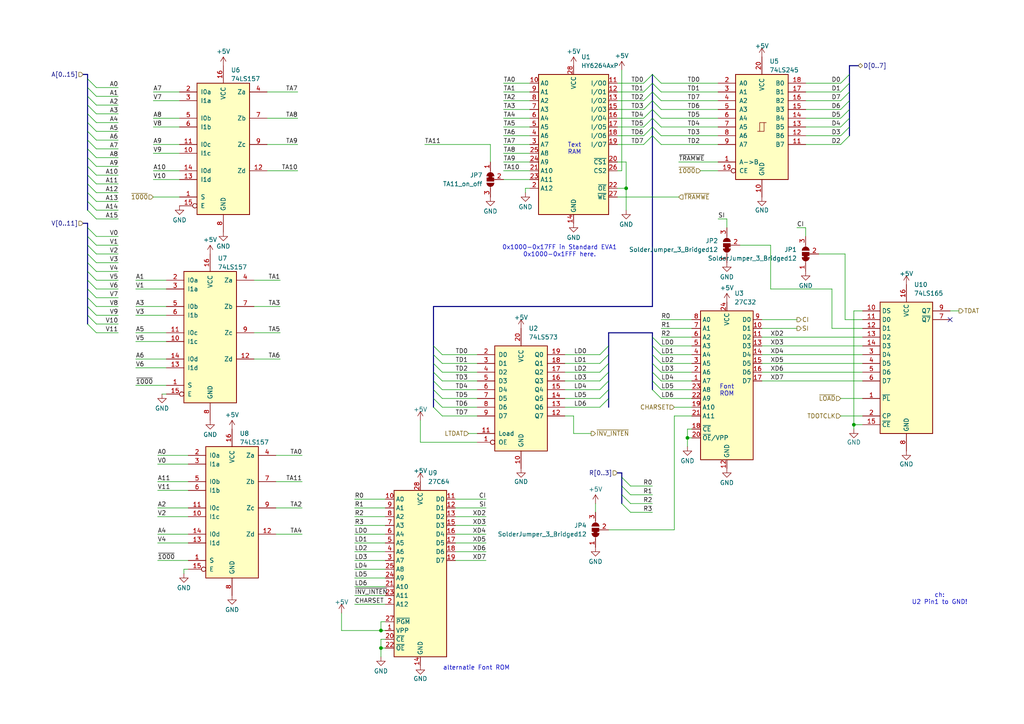
<source format=kicad_sch>
(kicad_sch (version 20231120) (generator "eeschema") (generator_version "8.0")
  (paper "A4")
  (title_block (title "EVA1 (Epson Video Adapter) - Text RAM") (date "2025-01-09") (rev "v0.1") (company "100% Offner") (comment 1 "v0.1: Initial Release"))
  (lib_symbols
    (symbol "74xx:74LS157" (pin_names (offset 1.016))
      (property "Reference" "U" (at -7.62 19.05 0))
      (property "Value" "74LS157" (at -7.62 -21.59 0))
      (symbol "74LS157_1_0"
        (pin input line (at -12.7 -15.24 0) (length 5.08) (name "S") (number "1"))
        (pin input line (at -12.7 -2.54 0) (length 5.08) (name "I1c") (number "10"))
        (pin input line (at -12.7 0 0) (length 5.08) (name "I0c") (number "11"))
        (pin output line (at 12.7 -7.62 180) (length 5.08) (name "Zd") (number "12"))
        (pin input line (at -12.7 -10.16 0) (length 5.08) (name "I1d") (number "13"))
        (pin input line (at -12.7 -7.62 0) (length 5.08) (name "I0d") (number "14"))
        (pin input inverted (at -12.7 -17.78 0) (length 5.08) (name "E") (number "15"))
        (pin power_in line (at 0 22.86 270) (length 5.08) (name "VCC") (number "16"))
        (pin input line (at -12.7 15.24 0) (length 5.08) (name "I0a") (number "2"))
        (pin input line (at -12.7 12.7 0) (length 5.08) (name "I1a") (number "3"))
        (pin output line (at 12.7 15.24 180) (length 5.08) (name "Za") (number "4"))
        (pin input line (at -12.7 7.62 0) (length 5.08) (name "I0b") (number "5"))
        (pin input line (at -12.7 5.08 0) (length 5.08) (name "I1b") (number "6"))
        (pin output line (at 12.7 7.62 180) (length 5.08) (name "Zb") (number "7"))
        (pin power_in line (at 0 -25.4 90) (length 5.08) (name "GND") (number "8"))
        (pin output line (at 12.7 0 180) (length 5.08) (name "Zc") (number "9"))
      )
      (symbol "74LS157_1_1"
        (rectangle (start -7.62 17.78) (end 7.62 -20.32) (stroke (width 0.254)) (fill (type background)))
      )
    )
    (symbol "74xx:74LS165"
      (property "Reference" "U" (at -7.62 19.05 0))
      (property "Value" "74LS165" (at -7.62 -21.59 0))
      (symbol "74LS165_1_0"
        (pin input line (at -12.7 -10.16 0) (length 5.08) (name "~{PL}") (number "1"))
        (pin input line (at -12.7 15.24 0) (length 5.08) (name "DS") (number "10"))
        (pin input line (at -12.7 12.7 0) (length 5.08) (name "D0") (number "11"))
        (pin input line (at -12.7 10.16 0) (length 5.08) (name "D1") (number "12"))
        (pin input line (at -12.7 7.62 0) (length 5.08) (name "D2") (number "13"))
        (pin input line (at -12.7 5.08 0) (length 5.08) (name "D3") (number "14"))
        (pin input line (at -12.7 -17.78 0) (length 5.08) (name "~{CE}") (number "15"))
        (pin power_in line (at 0 22.86 270) (length 5.08) (name "VCC") (number "16"))
        (pin input line (at -12.7 -15.24 0) (length 5.08) (name "CP") (number "2"))
        (pin input line (at -12.7 2.54 0) (length 5.08) (name "D4") (number "3"))
        (pin input line (at -12.7 0 0) (length 5.08) (name "D5") (number "4"))
        (pin input line (at -12.7 -2.54 0) (length 5.08) (name "D6") (number "5"))
        (pin input line (at -12.7 -5.08 0) (length 5.08) (name "D7") (number "6"))
        (pin output line (at 12.7 12.7 180) (length 5.08) (name "~{Q7}") (number "7"))
        (pin power_in line (at 0 -25.4 90) (length 5.08) (name "GND") (number "8"))
        (pin output line (at 12.7 15.24 180) (length 5.08) (name "Q7") (number "9"))
      )
      (symbol "74LS165_1_1"
        (rectangle (start -7.62 17.78) (end 7.62 -20.32) (stroke (width 0.254)) (fill (type background)))
      )
    )
    (symbol "74xx:74LS245" (pin_names (offset 1.016))
      (property "Reference" "U" (at -7.62 16.51 0))
      (property "Value" "74LS245" (at -7.62 -16.51 0))
      (symbol "74LS245_1_0"
        (polyline (pts (xy -0.635 -1.27) (xy -0.635 1.27) (xy 0.635 1.27)))
        (polyline (pts (xy -1.27 -1.27) (xy 0.635 -1.27) (xy 0.635 1.27) (xy 1.27 1.27)))
        (pin input line (at -12.7 -10.16 0) (length 5.08) (name "A->B") (number "1"))
        (pin power_in line (at 0 -20.32 90) (length 5.08) (name "GND") (number "10"))
        (pin tri_state line (at 12.7 -5.08 180) (length 5.08) (name "B7") (number "11"))
        (pin tri_state line (at 12.7 -2.54 180) (length 5.08) (name "B6") (number "12"))
        (pin tri_state line (at 12.7 0 180) (length 5.08) (name "B5") (number "13"))
        (pin tri_state line (at 12.7 2.54 180) (length 5.08) (name "B4") (number "14"))
        (pin tri_state line (at 12.7 5.08 180) (length 5.08) (name "B3") (number "15"))
        (pin tri_state line (at 12.7 7.62 180) (length 5.08) (name "B2") (number "16"))
        (pin tri_state line (at 12.7 10.16 180) (length 5.08) (name "B1") (number "17"))
        (pin tri_state line (at 12.7 12.7 180) (length 5.08) (name "B0") (number "18"))
        (pin input inverted (at -12.7 -12.7 0) (length 5.08) (name "CE") (number "19"))
        (pin tri_state line (at -12.7 12.7 0) (length 5.08) (name "A0") (number "2"))
        (pin power_in line (at 0 20.32 270) (length 5.08) (name "VCC") (number "20"))
        (pin tri_state line (at -12.7 10.16 0) (length 5.08) (name "A1") (number "3"))
        (pin tri_state line (at -12.7 7.62 0) (length 5.08) (name "A2") (number "4"))
        (pin tri_state line (at -12.7 5.08 0) (length 5.08) (name "A3") (number "5"))
        (pin tri_state line (at -12.7 2.54 0) (length 5.08) (name "A4") (number "6"))
        (pin tri_state line (at -12.7 0 0) (length 5.08) (name "A5") (number "7"))
        (pin tri_state line (at -12.7 -2.54 0) (length 5.08) (name "A6") (number "8"))
        (pin tri_state line (at -12.7 -5.08 0) (length 5.08) (name "A7") (number "9"))
      )
      (symbol "74LS245_1_1"
        (rectangle (start -7.62 15.24) (end 7.62 -15.24) (stroke (width 0.254)) (fill (type background)))
      )
    )
    (symbol "74xx:74LS573" (pin_names (offset 1.016))
      (property "Reference" "U" (at -7.62 16.51 0))
      (property "Value" "74LS573" (at -7.62 -16.51 0))
      (symbol "74LS573_1_0"
        (pin input inverted (at -12.7 -12.7 0) (length 5.08) (name "OE") (number "1"))
        (pin power_in line (at 0 -20.32 90) (length 5.08) (name "GND") (number "10"))
        (pin input line (at -12.7 -10.16 0) (length 5.08) (name "Load") (number "11"))
        (pin tri_state line (at 12.7 -5.08 180) (length 5.08) (name "Q7") (number "12"))
        (pin tri_state line (at 12.7 -2.54 180) (length 5.08) (name "Q6") (number "13"))
        (pin tri_state line (at 12.7 0 180) (length 5.08) (name "Q5") (number "14"))
        (pin tri_state line (at 12.7 2.54 180) (length 5.08) (name "Q4") (number "15"))
        (pin tri_state line (at 12.7 5.08 180) (length 5.08) (name "Q3") (number "16"))
        (pin tri_state line (at 12.7 7.62 180) (length 5.08) (name "Q2") (number "17"))
        (pin tri_state line (at 12.7 10.16 180) (length 5.08) (name "Q1") (number "18"))
        (pin tri_state line (at 12.7 12.7 180) (length 5.08) (name "Q0") (number "19"))
        (pin input line (at -12.7 12.7 0) (length 5.08) (name "D0") (number "2"))
        (pin power_in line (at 0 20.32 270) (length 5.08) (name "VCC") (number "20"))
        (pin input line (at -12.7 10.16 0) (length 5.08) (name "D1") (number "3"))
        (pin input line (at -12.7 7.62 0) (length 5.08) (name "D2") (number "4"))
        (pin input line (at -12.7 5.08 0) (length 5.08) (name "D3") (number "5"))
        (pin input line (at -12.7 2.54 0) (length 5.08) (name "D4") (number "6"))
        (pin input line (at -12.7 0 0) (length 5.08) (name "D5") (number "7"))
        (pin input line (at -12.7 -2.54 0) (length 5.08) (name "D6") (number "8"))
        (pin input line (at -12.7 -5.08 0) (length 5.08) (name "D7") (number "9"))
      )
      (symbol "74LS573_1_1"
        (rectangle (start -7.62 15.24) (end 7.62 -15.24) (stroke (width 0.254)) (fill (type background)))
      )
    )
    (symbol "Jumper:SolderJumper_3_Bridged12" (pin_names (offset 0) hide) (exclude_from_sim yes) (in_bom no)
      (property "Reference" "JP" (at -2.54 -2.54 0))
      (property "Value" "SolderJumper_3_Bridged12" (at 0 2.794 0))
      (symbol "SolderJumper_3_Bridged12_0_1"
        (rectangle (start -1.016 0.508) (end -0.508 -0.508) (fill (type outline)))
        (arc (start -1.016 1.016) (mid -2.0276 0) (end -1.016 -1.016))
        (arc (start -1.016 1.016) (mid -2.0276 0) (end -1.016 -1.016) (fill (type outline)))
        (rectangle (start -0.508 1.016) (end 0.508 -1.016) (fill (type outline)))
        (polyline (pts (xy -2.54 0) (xy -2.032 0)))
        (polyline (pts (xy -1.016 1.016) (xy -1.016 -1.016)))
        (polyline (pts (xy 0 -1.27) (xy 0 -1.016)))
        (polyline (pts (xy 1.016 1.016) (xy 1.016 -1.016)))
        (polyline (pts (xy 2.54 0) (xy 2.032 0)))
        (arc (start 1.016 -1.016) (mid 2.0276 0) (end 1.016 1.016))
        (arc (start 1.016 -1.016) (mid 2.0276 0) (end 1.016 1.016) (fill (type outline)))
      )
      (symbol "SolderJumper_3_Bridged12_1_1"
        (pin passive line (at -5.08 0 0) (length 2.54) (name "A") (number "1"))
        (pin passive line (at 0 -3.81 90) (length 2.54) (name "C") (number "2"))
        (pin passive line (at 5.08 0 180) (length 2.54) (name "B") (number "3"))
      )
    )
    (symbol "Memory_EPROM:27C64"
      (property "Reference" "U" (at -7.62 24.13 0))
      (property "Value" "27C64" (at 2.54 -26.67 0))
      (symbol "27C64_1_1"
        (rectangle (start -7.62 22.86) (end 7.62 -25.4) (stroke (width 0.254)) (fill (type background)))
        (pin input line (at -10.16 -17.78 0) (length 2.54) (name "VPP") (number "1"))
        (pin input line (at -10.16 20.32 0) (length 2.54) (name "A0") (number "10"))
        (pin tri_state line (at 10.16 20.32 180) (length 2.54) (name "D0") (number "11"))
        (pin tri_state line (at 10.16 17.78 180) (length 2.54) (name "D1") (number "12"))
        (pin tri_state line (at 10.16 15.24 180) (length 2.54) (name "D2") (number "13"))
        (pin power_in line (at 0 -27.94 90) (length 2.54) (name "GND") (number "14"))
        (pin tri_state line (at 10.16 12.7 180) (length 2.54) (name "D3") (number "15"))
        (pin tri_state line (at 10.16 10.16 180) (length 2.54) (name "D4") (number "16"))
        (pin tri_state line (at 10.16 7.62 180) (length 2.54) (name "D5") (number "17"))
        (pin tri_state line (at 10.16 5.08 180) (length 2.54) (name "D6") (number "18"))
        (pin tri_state line (at 10.16 2.54 180) (length 2.54) (name "D7") (number "19"))
        (pin input line (at -10.16 -10.16 0) (length 2.54) (name "A12") (number "2"))
        (pin input line (at -10.16 -20.32 0) (length 2.54) (name "~{CE}") (number "20"))
        (pin input line (at -10.16 -5.08 0) (length 2.54) (name "A10") (number "21"))
        (pin input line (at -10.16 -22.86 0) (length 2.54) (name "~{OE}") (number "22"))
        (pin input line (at -10.16 -7.62 0) (length 2.54) (name "A11") (number "23"))
        (pin input line (at -10.16 -2.54 0) (length 2.54) (name "A9") (number "24"))
        (pin input line (at -10.16 0 0) (length 2.54) (name "A8") (number "25"))
        (pin no_connect line (at 7.62 0 180) (length 2.54) hide (name "NC") (number "26"))
        (pin input line (at -10.16 -15.24 0) (length 2.54) (name "~{PGM}") (number "27"))
        (pin power_in line (at 0 25.4 270) (length 2.54) (name "VCC") (number "28"))
        (pin input line (at -10.16 2.54 0) (length 2.54) (name "A7") (number "3"))
        (pin input line (at -10.16 5.08 0) (length 2.54) (name "A6") (number "4"))
        (pin input line (at -10.16 7.62 0) (length 2.54) (name "A5") (number "5"))
        (pin input line (at -10.16 10.16 0) (length 2.54) (name "A4") (number "6"))
        (pin input line (at -10.16 12.7 0) (length 2.54) (name "A3") (number "7"))
        (pin input line (at -10.16 15.24 0) (length 2.54) (name "A2") (number "8"))
        (pin input line (at -10.16 17.78 0) (length 2.54) (name "A1") (number "9"))
      )
    )
    (symbol "Memory_RAM:HY6264AxP"
      (property "Reference" "U" (at -10.16 20.955 0))
      (property "Value" "HY6264AxP" (at 2.54 20.955 0))
      (symbol "HY6264AxP_0_0"
        (pin power_in line (at 0 -22.86 90) (length 2.54) (name "GND") (number "14"))
        (pin power_in line (at 0 22.86 270) (length 2.54) (name "VCC") (number "28"))
      )
      (symbol "HY6264AxP_0_1"
        (rectangle (start -10.16 20.32) (end 10.16 -20.32) (stroke (width 0.254)) (fill (type background)))
      )
      (symbol "HY6264AxP_1_1"
        (pin no_connect line (at 0 0 0) (length 2.54) hide (name "NC") (number "1"))
        (pin input line (at -12.7 17.78 0) (length 2.54) (name "A0") (number "10"))
        (pin tri_state line (at 12.7 17.78 180) (length 2.54) (name "I/O0") (number "11"))
        (pin tri_state line (at 12.7 15.24 180) (length 2.54) (name "I/O1") (number "12"))
        (pin tri_state line (at 12.7 12.7 180) (length 2.54) (name "I/O2") (number "13"))
        (pin tri_state line (at 12.7 10.16 180) (length 2.54) (name "I/O3") (number "15"))
        (pin tri_state line (at 12.7 7.62 180) (length 2.54) (name "I/O4") (number "16"))
        (pin tri_state line (at 12.7 5.08 180) (length 2.54) (name "I/O5") (number "17"))
        (pin tri_state line (at 12.7 2.54 180) (length 2.54) (name "I/O6") (number "18"))
        (pin tri_state line (at 12.7 0 180) (length 2.54) (name "I/O7") (number "19"))
        (pin input line (at -12.7 -12.7 0) (length 2.54) (name "A12") (number "2"))
        (pin input line (at 12.7 -5.08 180) (length 2.54) (name "~{CS1}") (number "20"))
        (pin input line (at -12.7 -7.62 0) (length 2.54) (name "A10") (number "21"))
        (pin input line (at 12.7 -12.7 180) (length 2.54) (name "~{OE}") (number "22"))
        (pin input line (at -12.7 -10.16 0) (length 2.54) (name "A11") (number "23"))
        (pin input line (at -12.7 -5.08 0) (length 2.54) (name "A9") (number "24"))
        (pin input line (at -12.7 -2.54 0) (length 2.54) (name "A8") (number "25"))
        (pin input line (at 12.7 -7.62 180) (length 2.54) (name "CS2") (number "26"))
        (pin input line (at 12.7 -15.24 180) (length 2.54) (name "~{WE}") (number "27"))
        (pin input line (at -12.7 0 0) (length 2.54) (name "A7") (number "3"))
        (pin input line (at -12.7 2.54 0) (length 2.54) (name "A6") (number "4"))
        (pin input line (at -12.7 5.08 0) (length 2.54) (name "A5") (number "5"))
        (pin input line (at -12.7 7.62 0) (length 2.54) (name "A4") (number "6"))
        (pin input line (at -12.7 10.16 0) (length 2.54) (name "A3") (number "7"))
        (pin input line (at -12.7 12.7 0) (length 2.54) (name "A2") (number "8"))
        (pin input line (at -12.7 15.24 0) (length 2.54) (name "A1") (number "9"))
      )
    )
    (symbol "my_ics_new:27C32"
      (property "Reference" "U3" (at 2.1941 27.94 0))
      (property "Value" "27C32" (at 2.1941 25.4 0))
      (symbol "27C32_1_1"
        (rectangle (start -7.62 22.86) (end 7.62 -20.32) (stroke (width 0.254)) (fill (type background)))
        (pin input line (at -10.16 2.54 0) (length 2.54) (name "A7") (number "1"))
        (pin tri_state line (at 10.16 17.78 180) (length 2.54) (name "D1") (number "10"))
        (pin tri_state line (at 10.16 15.24 180) (length 2.54) (name "D2") (number "11"))
        (pin power_in line (at 0 -22.86 90) (length 2.54) (name "GND") (number "12"))
        (pin tri_state line (at 10.16 12.7 180) (length 2.54) (name "D3") (number "13"))
        (pin tri_state line (at 10.16 10.16 180) (length 2.54) (name "D4") (number "14"))
        (pin tri_state line (at 10.16 7.62 180) (length 2.54) (name "D5") (number "15"))
        (pin tri_state line (at 10.16 5.08 180) (length 2.54) (name "D6") (number "16"))
        (pin tri_state line (at 10.16 2.54 180) (length 2.54) (name "D7") (number "17"))
        (pin input line (at -10.16 -11.43 0) (length 2.54) (name "~{CE}") (number "18"))
        (pin input line (at -10.16 -5.08 0) (length 2.54) (name "A10") (number "19"))
        (pin input line (at -10.16 5.08 0) (length 2.54) (name "A6") (number "2"))
        (pin input line (at -10.16 -13.97 0) (length 2.54) (name "~{OE}/VPP") (number "20"))
        (pin input line (at -10.16 -7.62 0) (length 2.54) (name "A11") (number "21"))
        (pin input line (at -10.16 -2.54 0) (length 2.54) (name "A9") (number "22"))
        (pin input line (at -10.16 0 0) (length 2.54) (name "A8") (number "23"))
        (pin power_in line (at 0 25.4 270) (length 2.54) (name "VCC") (number "24"))
        (pin input line (at -10.16 7.62 0) (length 2.54) (name "A5") (number "3"))
        (pin input line (at -10.16 10.16 0) (length 2.54) (name "A4") (number "4"))
        (pin input line (at -10.16 12.7 0) (length 2.54) (name "A3") (number "5"))
        (pin input line (at -10.16 15.24 0) (length 2.54) (name "A2") (number "6"))
        (pin input line (at -10.16 17.78 0) (length 2.54) (name "A1") (number "7"))
        (pin input line (at -10.16 20.32 0) (length 2.54) (name "A0") (number "8"))
        (pin tri_state line (at 10.16 20.32 180) (length 2.54) (name "D0") (number "9"))
      )
    )
    (symbol "power:+5V" (power) (pin_names (offset 0))
      (property "Value" "+5V" (at 0 3.556 0))
      (symbol "+5V_0_1"
        (polyline (pts (xy -0.762 1.27) (xy 0 2.54)))
        (polyline (pts (xy 0 0) (xy 0 2.54)))
        (polyline (pts (xy 0 2.54) (xy 0.762 1.27)))
      )
      (symbol "+5V_1_1"
        (pin power_in line (at 0 0 90) (length 0) hide (name "+5V") (number "1"))
      )
    )
    (symbol "power:GND" (power) (pin_names (offset 0))
      (property "Value" "GND" (at 0 -3.81 0))
      (symbol "GND_0_1"
        (polyline (pts (xy 0 0) (xy 0 -1.27) (xy 1.27 -1.27) (xy 0 -2.54) (xy -1.27 -1.27) (xy 0 -1.27)))
      )
      (symbol "GND_1_1"
        (pin power_in line (at 0 0 270) (length 0) hide (name "GND") (number "1"))
      )
    )
  )
  (junction (at 110.49 182.88))
  (junction (at 110.49 187.96))
  (junction (at 199.39 127))
  (junction (at 247.65 123.19))
  (junction (at 181.61 54.61))
  (no_connect (at 275.59 92.71))
  (bus_entry (at 25.4 76.2) (size 2.54 2.54))
  (bus_entry (at 25.4 25.4) (size 2.54 2.54))
  (bus_entry (at 176.53 110.49) (size -2.54 2.54))
  (bus_entry (at 176.53 113.03) (size -2.54 2.54))
  (bus_entry (at 25.4 27.94) (size 2.54 2.54))
  (bus_entry (at 176.53 100.33) (size -2.54 2.54))
  (bus_entry (at 189.23 34.29) (size -2.54 2.54))
  (bus_entry (at 125.73 115.57) (size 2.54 2.54))
  (bus_entry (at 125.73 110.49) (size 2.54 2.54))
  (bus_entry (at 25.4 40.64) (size 2.54 2.54))
  (bus_entry (at 189.23 39.37) (size -2.54 2.54))
  (bus_entry (at 180.34 138.43) (size 2.54 2.54))
  (bus_entry (at 176.53 102.87) (size -2.54 2.54))
  (bus_entry (at 25.4 88.9) (size 2.54 2.54))
  (bus_entry (at 25.4 71.12) (size 2.54 2.54))
  (bus_entry (at 25.4 73.66) (size 2.54 2.54))
  (bus_entry (at 189.23 31.75) (size -2.54 2.54))
  (bus_entry (at 180.34 143.51) (size 2.54 2.54))
  (bus_entry (at 189.23 100.33) (size 2.54 2.54))
  (bus_entry (at 189.23 24.13) (size -2.54 2.54))
  (bus_entry (at 25.4 58.42) (size 2.54 2.54))
  (bus_entry (at 189.23 21.59) (size 2.54 2.54))
  (bus_entry (at 25.4 38.1) (size 2.54 2.54))
  (bus_entry (at 189.23 107.95) (size 2.54 2.54))
  (bus_entry (at 189.23 39.37) (size 2.54 2.54))
  (bus_entry (at 189.23 21.59) (size -2.54 2.54))
  (bus_entry (at 25.4 86.36) (size 2.54 2.54))
  (bus_entry (at 25.4 33.02) (size 2.54 2.54))
  (bus_entry (at 189.23 105.41) (size 2.54 2.54))
  (bus_entry (at 125.73 105.41) (size 2.54 2.54))
  (bus_entry (at 125.73 118.11) (size 2.54 2.54))
  (bus_entry (at 189.23 31.75) (size 2.54 2.54))
  (bus_entry (at 246.38 26.67) (size -2.54 2.54))
  (bus_entry (at 25.4 81.28) (size 2.54 2.54))
  (bus_entry (at 25.4 68.58) (size 2.54 2.54))
  (bus_entry (at 246.38 39.37) (size -2.54 2.54))
  (bus_entry (at 189.23 110.49) (size 2.54 2.54))
  (bus_entry (at 25.4 43.18) (size 2.54 2.54))
  (bus_entry (at 189.23 34.29) (size 2.54 2.54))
  (bus_entry (at 189.23 26.67) (size -2.54 2.54))
  (bus_entry (at 25.4 35.56) (size 2.54 2.54))
  (bus_entry (at 176.53 107.95) (size -2.54 2.54))
  (bus_entry (at 25.4 93.98) (size 2.54 2.54))
  (bus_entry (at 189.23 29.21) (size 2.54 2.54))
  (bus_entry (at 189.23 36.83) (size -2.54 2.54))
  (bus_entry (at 25.4 55.88) (size 2.54 2.54))
  (bus_entry (at 25.4 60.96) (size 2.54 2.54))
  (bus_entry (at 246.38 29.21) (size -2.54 2.54))
  (bus_entry (at 180.34 146.05) (size 2.54 2.54))
  (bus_entry (at 189.23 36.83) (size 2.54 2.54))
  (bus_entry (at 25.4 66.04) (size 2.54 2.54))
  (bus_entry (at 125.73 113.03) (size 2.54 2.54))
  (bus_entry (at 180.34 140.97) (size 2.54 2.54))
  (bus_entry (at 25.4 83.82) (size 2.54 2.54))
  (bus_entry (at 189.23 26.67) (size 2.54 2.54))
  (bus_entry (at 246.38 36.83) (size -2.54 2.54))
  (bus_entry (at 189.23 102.87) (size 2.54 2.54))
  (bus_entry (at 189.23 29.21) (size -2.54 2.54))
  (bus_entry (at 189.23 113.03) (size 2.54 2.54))
  (bus_entry (at 125.73 107.95) (size 2.54 2.54))
  (bus_entry (at 189.23 24.13) (size 2.54 2.54))
  (bus_entry (at 189.23 97.79) (size 2.54 2.54))
  (bus_entry (at 176.53 105.41) (size -2.54 2.54))
  (bus_entry (at 25.4 48.26) (size 2.54 2.54))
  (bus_entry (at 125.73 102.87) (size 2.54 2.54))
  (bus_entry (at 25.4 50.8) (size 2.54 2.54))
  (bus_entry (at 176.53 115.57) (size -2.54 2.54))
  (bus_entry (at 25.4 22.86) (size 2.54 2.54))
  (bus_entry (at 246.38 34.29) (size -2.54 2.54))
  (bus_entry (at 25.4 78.74) (size 2.54 2.54))
  (bus_entry (at 25.4 53.34) (size 2.54 2.54))
  (bus_entry (at 25.4 91.44) (size 2.54 2.54))
  (bus_entry (at 125.73 100.33) (size 2.54 2.54))
  (bus_entry (at 25.4 30.48) (size 2.54 2.54))
  (bus_entry (at 246.38 24.13) (size -2.54 2.54))
  (bus_entry (at 246.38 21.59) (size -2.54 2.54))
  (bus_entry (at 25.4 45.72) (size 2.54 2.54))
  (bus_entry (at 246.38 31.75) (size -2.54 2.54))
  (bus (pts (xy 125.73 88.9) (xy 125.73 100.33)))
  (bus (pts (xy 25.4 40.64) (xy 25.4 43.18)))
  (wire (pts (xy 39.37 104.14) (xy 48.26 104.14)))
  (wire (pts (xy 102.87 160.02) (xy 111.76 160.02)))
  (wire (pts (xy 27.94 78.74) (xy 34.29 78.74)))
  (wire (pts (xy 111.76 180.34) (xy 110.49 180.34)))
  (wire (pts (xy 110.49 185.42) (xy 110.49 187.96)))
  (wire (pts (xy 163.83 110.49) (xy 173.99 110.49)))
  (bus (pts (xy 125.73 102.87) (xy 125.73 105.41)))
  (wire (pts (xy 110.49 187.96) (xy 111.76 187.96)))
  (wire (pts (xy 233.68 41.91) (xy 243.84 41.91)))
  (wire (pts (xy 128.27 105.41) (xy 138.43 105.41)))
  (wire (pts (xy 138.43 128.27) (xy 121.92 128.27)))
  (wire (pts (xy 27.94 50.8) (xy 34.29 50.8)))
  (wire (pts (xy 99.06 177.8) (xy 99.06 182.88)))
  (wire (pts (xy 44.45 34.29) (xy 52.07 34.29)))
  (bus (pts (xy 25.4 66.04) (xy 25.4 68.58)))
  (wire (pts (xy 245.11 73.66) (xy 237.49 73.66)))
  (bus (pts (xy 189.23 113.03) (xy 189.23 110.49)))
  (wire (pts (xy 220.98 102.87) (xy 250.19 102.87)))
  (wire (pts (xy 45.72 149.86) (xy 54.61 149.86)))
  (wire (pts (xy 186.69 36.83) (xy 179.07 36.83)))
  (wire (pts (xy 80.01 139.7) (xy 87.63 139.7)))
  (bus (pts (xy 189.23 24.13) (xy 189.23 26.67)))
  (wire (pts (xy 181.61 54.61) (xy 181.61 60.96)))
  (bus (pts (xy 180.34 137.16) (xy 180.34 138.43)))
  (wire (pts (xy 146.05 29.21) (xy 153.67 29.21)))
  (bus (pts (xy 25.4 71.12) (xy 25.4 73.66)))
  (bus (pts (xy 246.38 34.29) (xy 246.38 36.83)))
  (bus (pts (xy 179.07 137.16) (xy 180.34 137.16)))
  (wire (pts (xy 191.77 39.37) (xy 208.28 39.37)))
  (wire (pts (xy 245.11 92.71) (xy 250.19 92.71)))
  (wire (pts (xy 200.66 124.46) (xy 199.39 124.46)))
  (bus (pts (xy 246.38 26.67) (xy 246.38 29.21)))
  (wire (pts (xy 146.05 24.13) (xy 153.67 24.13)))
  (wire (pts (xy 146.05 46.99) (xy 153.67 46.99)))
  (wire (pts (xy 27.94 91.44) (xy 34.29 91.44)))
  (wire (pts (xy 199.39 127) (xy 199.39 129.54)))
  (wire (pts (xy 128.27 115.57) (xy 138.43 115.57)))
  (wire (pts (xy 73.66 104.14) (xy 81.28 104.14)))
  (wire (pts (xy 39.37 96.52) (xy 48.26 96.52)))
  (wire (pts (xy 186.69 39.37) (xy 179.07 39.37)))
  (wire (pts (xy 163.83 102.87) (xy 173.99 102.87)))
  (wire (pts (xy 191.77 34.29) (xy 208.28 34.29)))
  (bus (pts (xy 25.4 33.02) (xy 25.4 35.56)))
  (wire (pts (xy 44.45 36.83) (xy 52.07 36.83)))
  (bus (pts (xy 25.4 88.9) (xy 25.4 91.44)))
  (bus (pts (xy 176.53 113.03) (xy 176.53 115.57)))
  (wire (pts (xy 128.27 102.87) (xy 138.43 102.87)))
  (wire (pts (xy 182.88 148.59) (xy 189.23 148.59)))
  (bus (pts (xy 125.73 105.41) (xy 125.73 107.95)))
  (wire (pts (xy 191.77 102.87) (xy 200.66 102.87)))
  (bus (pts (xy 25.4 68.58) (xy 25.4 71.12)))
  (wire (pts (xy 146.05 31.75) (xy 153.67 31.75)))
  (bus (pts (xy 24.13 64.77) (xy 25.4 64.77)))
  (wire (pts (xy 102.87 154.94) (xy 111.76 154.94)))
  (bus (pts (xy 25.4 86.36) (xy 25.4 88.9)))
  (wire (pts (xy 191.77 107.95) (xy 200.66 107.95)))
  (wire (pts (xy 186.69 31.75) (xy 179.07 31.75)))
  (wire (pts (xy 102.87 172.72) (xy 111.76 172.72)))
  (wire (pts (xy 191.77 24.13) (xy 208.28 24.13)))
  (wire (pts (xy 195.58 118.11) (xy 200.66 118.11)))
  (wire (pts (xy 73.66 88.9) (xy 81.28 88.9)))
  (wire (pts (xy 233.68 29.21) (xy 243.84 29.21)))
  (wire (pts (xy 220.98 100.33) (xy 250.19 100.33)))
  (bus (pts (xy 25.4 58.42) (xy 25.4 60.96)))
  (wire (pts (xy 186.69 26.67) (xy 179.07 26.67)))
  (wire (pts (xy 132.08 157.48) (xy 140.97 157.48)))
  (wire (pts (xy 146.05 49.53) (xy 153.67 49.53)))
  (bus (pts (xy 25.4 25.4) (xy 25.4 27.94)))
  (wire (pts (xy 77.47 49.53) (xy 86.36 49.53)))
  (wire (pts (xy 45.72 139.7) (xy 54.61 139.7)))
  (wire (pts (xy 245.11 92.71) (xy 245.11 73.66)))
  (wire (pts (xy 132.08 162.56) (xy 140.97 162.56)))
  (wire (pts (xy 199.39 124.46) (xy 199.39 127)))
  (wire (pts (xy 80.01 154.94) (xy 87.63 154.94)))
  (wire (pts (xy 196.85 46.99) (xy 208.28 46.99)))
  (wire (pts (xy 179.07 46.99) (xy 181.61 46.99)))
  (wire (pts (xy 128.27 113.03) (xy 138.43 113.03)))
  (wire (pts (xy 27.94 60.96) (xy 34.29 60.96)))
  (wire (pts (xy 191.77 26.67) (xy 208.28 26.67)))
  (wire (pts (xy 223.52 71.12) (xy 214.63 71.12)))
  (bus (pts (xy 189.23 110.49) (xy 189.23 107.95)))
  (wire (pts (xy 102.87 149.86) (xy 111.76 149.86)))
  (bus (pts (xy 189.23 26.67) (xy 189.23 29.21)))
  (bus (pts (xy 189.23 105.41) (xy 189.23 102.87)))
  (bus (pts (xy 189.23 29.21) (xy 189.23 31.75)))
  (bus (pts (xy 246.38 36.83) (xy 246.38 39.37)))
  (wire (pts (xy 73.66 96.52) (xy 81.28 96.52)))
  (wire (pts (xy 163.83 118.11) (xy 173.99 118.11)))
  (bus (pts (xy 189.23 100.33) (xy 189.23 97.79)))
  (bus (pts (xy 25.4 27.94) (xy 25.4 30.48)))
  (wire (pts (xy 27.94 88.9) (xy 34.29 88.9)))
  (wire (pts (xy 146.05 36.83) (xy 153.67 36.83)))
  (wire (pts (xy 27.94 71.12) (xy 34.29 71.12)))
  (wire (pts (xy 146.05 52.07) (xy 153.67 52.07)))
  (wire (pts (xy 231.14 92.71) (xy 220.98 92.71)))
  (bus (pts (xy 248.92 19.05) (xy 246.38 19.05)))
  (wire (pts (xy 44.45 52.07) (xy 52.07 52.07)))
  (wire (pts (xy 27.94 93.98) (xy 34.29 93.98)))
  (wire (pts (xy 166.37 120.65) (xy 163.83 120.65)))
  (wire (pts (xy 191.77 113.03) (xy 200.66 113.03)))
  (wire (pts (xy 179.07 57.15) (xy 196.85 57.15)))
  (bus (pts (xy 125.73 100.33) (xy 125.73 102.87)))
  (bus (pts (xy 25.4 91.44) (xy 25.4 93.98)))
  (wire (pts (xy 195.58 120.65) (xy 195.58 153.67)))
  (bus (pts (xy 246.38 21.59) (xy 246.38 24.13)))
  (wire (pts (xy 110.49 187.96) (xy 110.49 190.5)))
  (wire (pts (xy 27.94 81.28) (xy 34.29 81.28)))
  (wire (pts (xy 135.89 125.73) (xy 138.43 125.73)))
  (wire (pts (xy 146.05 41.91) (xy 153.67 41.91)))
  (wire (pts (xy 39.37 99.06) (xy 48.26 99.06)))
  (wire (pts (xy 102.87 167.64) (xy 111.76 167.64)))
  (bus (pts (xy 25.4 83.82) (xy 25.4 86.36)))
  (bus (pts (xy 189.23 88.9) (xy 125.73 88.9)))
  (bus (pts (xy 25.4 73.66) (xy 25.4 76.2)))
  (wire (pts (xy 233.68 36.83) (xy 243.84 36.83)))
  (bus (pts (xy 25.4 53.34) (xy 25.4 55.88)))
  (bus (pts (xy 180.34 138.43) (xy 180.34 140.97)))
  (wire (pts (xy 220.98 97.79) (xy 250.19 97.79)))
  (wire (pts (xy 27.94 68.58) (xy 34.29 68.58)))
  (bus (pts (xy 246.38 31.75) (xy 246.38 34.29)))
  (wire (pts (xy 200.66 120.65) (xy 195.58 120.65)))
  (wire (pts (xy 45.72 132.08) (xy 54.61 132.08)))
  (wire (pts (xy 27.94 55.88) (xy 34.29 55.88)))
  (wire (pts (xy 153.67 54.61) (xy 152.4 54.61)))
  (wire (pts (xy 241.3 83.82) (xy 241.3 95.25)))
  (bus (pts (xy 189.23 34.29) (xy 189.23 36.83)))
  (wire (pts (xy 146.05 44.45) (xy 153.67 44.45)))
  (wire (pts (xy 27.94 38.1) (xy 34.29 38.1)))
  (wire (pts (xy 102.87 162.56) (xy 111.76 162.56)))
  (wire (pts (xy 27.94 63.5) (xy 34.29 63.5)))
  (wire (pts (xy 231.14 66.04) (xy 233.68 66.04)))
  (wire (pts (xy 233.68 24.13) (xy 243.84 24.13)))
  (bus (pts (xy 189.23 39.37) (xy 189.23 88.9)))
  (wire (pts (xy 191.77 110.49) (xy 200.66 110.49)))
  (wire (pts (xy 220.98 107.95) (xy 250.19 107.95)))
  (bus (pts (xy 176.53 115.57) (xy 176.53 118.11)))
  (bus (pts (xy 189.23 36.83) (xy 189.23 39.37)))
  (wire (pts (xy 102.87 157.48) (xy 111.76 157.48)))
  (bus (pts (xy 25.4 45.72) (xy 25.4 48.26)))
  (bus (pts (xy 25.4 50.8) (xy 25.4 53.34)))
  (wire (pts (xy 231.14 95.25) (xy 220.98 95.25)))
  (wire (pts (xy 27.94 83.82) (xy 34.29 83.82)))
  (wire (pts (xy 210.82 66.04) (xy 210.82 63.5)))
  (wire (pts (xy 39.37 91.44) (xy 48.26 91.44)))
  (wire (pts (xy 44.45 26.67) (xy 52.07 26.67)))
  (wire (pts (xy 186.69 29.21) (xy 179.07 29.21)))
  (wire (pts (xy 45.72 134.62) (xy 54.61 134.62)))
  (wire (pts (xy 146.05 34.29) (xy 153.67 34.29)))
  (wire (pts (xy 176.53 153.67) (xy 195.58 153.67)))
  (bus (pts (xy 25.4 64.77) (xy 25.4 66.04)))
  (bus (pts (xy 180.34 140.97) (xy 180.34 143.51)))
  (wire (pts (xy 191.77 41.91) (xy 208.28 41.91)))
  (wire (pts (xy 44.45 44.45) (xy 52.07 44.45)))
  (wire (pts (xy 128.27 120.65) (xy 138.43 120.65)))
  (wire (pts (xy 77.47 41.91) (xy 86.36 41.91)))
  (wire (pts (xy 123.19 41.91) (xy 142.24 41.91)))
  (wire (pts (xy 44.45 41.91) (xy 52.07 41.91)))
  (wire (pts (xy 27.94 35.56) (xy 34.29 35.56)))
  (wire (pts (xy 199.39 127) (xy 200.66 127)))
  (bus (pts (xy 189.23 107.95) (xy 189.23 105.41)))
  (bus (pts (xy 176.53 110.49) (xy 176.53 113.03)))
  (wire (pts (xy 27.94 96.52) (xy 34.29 96.52)))
  (wire (pts (xy 241.3 95.25) (xy 250.19 95.25)))
  (wire (pts (xy 275.59 90.17) (xy 278.13 90.17)))
  (wire (pts (xy 166.37 125.73) (xy 166.37 120.65)))
  (wire (pts (xy 179.07 49.53) (xy 180.34 49.53)))
  (wire (pts (xy 39.37 111.76) (xy 48.26 111.76)))
  (wire (pts (xy 102.87 165.1) (xy 111.76 165.1)))
  (wire (pts (xy 182.88 146.05) (xy 189.23 146.05)))
  (wire (pts (xy 172.72 148.59) (xy 172.72 146.05)))
  (wire (pts (xy 152.4 54.61) (xy 152.4 55.88)))
  (wire (pts (xy 102.87 152.4) (xy 111.76 152.4)))
  (bus (pts (xy 25.4 43.18) (xy 25.4 45.72)))
  (wire (pts (xy 27.94 48.26) (xy 34.29 48.26)))
  (bus (pts (xy 176.53 105.41) (xy 176.53 107.95)))
  (wire (pts (xy 128.27 110.49) (xy 138.43 110.49)))
  (wire (pts (xy 73.66 81.28) (xy 81.28 81.28)))
  (wire (pts (xy 44.45 49.53) (xy 52.07 49.53)))
  (wire (pts (xy 166.37 125.73) (xy 171.45 125.73)))
  (wire (pts (xy 102.87 175.26) (xy 111.76 175.26)))
  (wire (pts (xy 27.94 58.42) (xy 34.29 58.42)))
  (bus (pts (xy 176.53 107.95) (xy 176.53 110.49)))
  (wire (pts (xy 250.19 123.19) (xy 247.65 123.19)))
  (wire (pts (xy 191.77 92.71) (xy 200.66 92.71)))
  (bus (pts (xy 25.4 22.86) (xy 25.4 25.4)))
  (wire (pts (xy 27.94 45.72) (xy 34.29 45.72)))
  (wire (pts (xy 27.94 43.18) (xy 34.29 43.18)))
  (wire (pts (xy 220.98 105.41) (xy 250.19 105.41)))
  (wire (pts (xy 179.07 54.61) (xy 181.61 54.61)))
  (wire (pts (xy 45.72 142.24) (xy 54.61 142.24)))
  (wire (pts (xy 186.69 24.13) (xy 179.07 24.13)))
  (bus (pts (xy 189.23 21.59) (xy 189.23 24.13)))
  (wire (pts (xy 77.47 34.29) (xy 86.36 34.29)))
  (wire (pts (xy 132.08 154.94) (xy 140.97 154.94)))
  (wire (pts (xy 186.69 41.91) (xy 179.07 41.91)))
  (wire (pts (xy 223.52 83.82) (xy 241.3 83.82)))
  (wire (pts (xy 44.45 57.15) (xy 52.07 57.15)))
  (wire (pts (xy 233.68 31.75) (xy 243.84 31.75)))
  (wire (pts (xy 132.08 160.02) (xy 140.97 160.02)))
  (wire (pts (xy 163.83 113.03) (xy 173.99 113.03)))
  (wire (pts (xy 223.52 71.12) (xy 223.52 83.82)))
  (wire (pts (xy 208.28 63.5) (xy 210.82 63.5)))
  (bus (pts (xy 25.4 30.48) (xy 25.4 33.02)))
  (wire (pts (xy 233.68 26.67) (xy 243.84 26.67)))
  (wire (pts (xy 247.65 123.19) (xy 247.65 124.46)))
  (bus (pts (xy 176.53 96.52) (xy 189.23 96.52)))
  (bus (pts (xy 189.23 31.75) (xy 189.23 34.29)))
  (wire (pts (xy 102.87 147.32) (xy 111.76 147.32)))
  (bus (pts (xy 25.4 38.1) (xy 25.4 40.64)))
  (wire (pts (xy 180.34 20.32) (xy 180.34 49.53)))
  (wire (pts (xy 220.98 110.49) (xy 250.19 110.49)))
  (wire (pts (xy 121.92 121.92) (xy 121.92 128.27)))
  (wire (pts (xy 27.94 30.48) (xy 34.29 30.48)))
  (wire (pts (xy 46.99 114.3) (xy 48.26 114.3)))
  (wire (pts (xy 77.47 26.67) (xy 86.36 26.67)))
  (bus (pts (xy 176.53 100.33) (xy 176.53 102.87)))
  (wire (pts (xy 45.72 157.48) (xy 54.61 157.48)))
  (wire (pts (xy 110.49 182.88) (xy 99.06 182.88)))
  (wire (pts (xy 247.65 90.17) (xy 247.65 123.19)))
  (wire (pts (xy 250.19 90.17) (xy 247.65 90.17)))
  (wire (pts (xy 128.27 118.11) (xy 138.43 118.11)))
  (wire (pts (xy 110.49 180.34) (xy 110.49 182.88)))
  (wire (pts (xy 132.08 152.4) (xy 140.97 152.4)))
  (wire (pts (xy 53.34 165.1) (xy 53.34 166.37)))
  (wire (pts (xy 111.76 182.88) (xy 110.49 182.88)))
  (bus (pts (xy 246.38 19.05) (xy 246.38 21.59)))
  (bus (pts (xy 25.4 78.74) (xy 25.4 81.28)))
  (wire (pts (xy 27.94 25.4) (xy 34.29 25.4)))
  (bus (pts (xy 176.53 102.87) (xy 176.53 105.41)))
  (wire (pts (xy 102.87 170.18) (xy 111.76 170.18)))
  (bus (pts (xy 25.4 76.2) (xy 25.4 78.74)))
  (bus (pts (xy 176.53 96.52) (xy 176.53 100.33)))
  (wire (pts (xy 44.45 29.21) (xy 52.07 29.21)))
  (bus (pts (xy 25.4 55.88) (xy 25.4 58.42)))
  (wire (pts (xy 233.68 39.37) (xy 243.84 39.37)))
  (wire (pts (xy 243.84 120.65) (xy 250.19 120.65)))
  (wire (pts (xy 27.94 40.64) (xy 34.29 40.64)))
  (bus (pts (xy 125.73 110.49) (xy 125.73 113.03)))
  (wire (pts (xy 132.08 147.32) (xy 140.97 147.32)))
  (wire (pts (xy 45.72 162.56) (xy 54.61 162.56)))
  (wire (pts (xy 132.08 144.78) (xy 140.97 144.78)))
  (wire (pts (xy 191.77 97.79) (xy 200.66 97.79)))
  (wire (pts (xy 163.83 115.57) (xy 173.99 115.57)))
  (wire (pts (xy 53.34 165.1) (xy 54.61 165.1)))
  (wire (pts (xy 142.24 41.91) (xy 142.24 46.99)))
  (wire (pts (xy 27.94 27.94) (xy 34.29 27.94)))
  (bus (pts (xy 180.34 143.51) (xy 180.34 146.05)))
  (wire (pts (xy 191.77 31.75) (xy 208.28 31.75)))
  (bus (pts (xy 246.38 24.13) (xy 246.38 26.67)))
  (bus (pts (xy 189.23 97.79) (xy 189.23 96.52)))
  (wire (pts (xy 39.37 106.68) (xy 48.26 106.68)))
  (wire (pts (xy 27.94 53.34) (xy 34.29 53.34)))
  (wire (pts (xy 182.88 143.51) (xy 189.23 143.51)))
  (wire (pts (xy 27.94 33.02) (xy 34.29 33.02)))
  (bus (pts (xy 125.73 107.95) (xy 125.73 110.49)))
  (wire (pts (xy 233.68 34.29) (xy 243.84 34.29)))
  (bus (pts (xy 125.73 115.57) (xy 125.73 118.11)))
  (bus (pts (xy 25.4 21.59) (xy 25.4 22.86)))
  (wire (pts (xy 146.05 39.37) (xy 153.67 39.37)))
  (wire (pts (xy 203.2 49.53) (xy 208.28 49.53)))
  (wire (pts (xy 39.37 83.82) (xy 48.26 83.82)))
  (bus (pts (xy 189.23 102.87) (xy 189.23 100.33)))
  (wire (pts (xy 111.76 185.42) (xy 110.49 185.42)))
  (wire (pts (xy 181.61 46.99) (xy 181.61 54.61)))
  (bus (pts (xy 246.38 29.21) (xy 246.38 31.75)))
  (wire (pts (xy 27.94 86.36) (xy 34.29 86.36)))
  (wire (pts (xy 163.83 107.95) (xy 173.99 107.95)))
  (wire (pts (xy 191.77 115.57) (xy 200.66 115.57)))
  (bus (pts (xy 24.13 21.59) (xy 25.4 21.59)))
  (wire (pts (xy 39.37 81.28) (xy 48.26 81.28)))
  (wire (pts (xy 186.69 34.29) (xy 179.07 34.29)))
  (wire (pts (xy 243.84 115.57) (xy 250.19 115.57)))
  (bus (pts (xy 25.4 48.26) (xy 25.4 50.8)))
  (wire (pts (xy 45.72 147.32) (xy 54.61 147.32)))
  (wire (pts (xy 45.72 154.94) (xy 54.61 154.94)))
  (wire (pts (xy 191.77 100.33) (xy 200.66 100.33)))
  (wire (pts (xy 27.94 73.66) (xy 34.29 73.66)))
  (wire (pts (xy 233.68 68.58) (xy 233.68 66.04)))
  (wire (pts (xy 191.77 105.41) (xy 200.66 105.41)))
  (wire (pts (xy 191.77 29.21) (xy 208.28 29.21)))
  (wire (pts (xy 80.01 132.08) (xy 87.63 132.08)))
  (wire (pts (xy 102.87 144.78) (xy 111.76 144.78)))
  (wire (pts (xy 163.83 105.41) (xy 173.99 105.41)))
  (wire (pts (xy 182.88 140.97) (xy 189.23 140.97)))
  (wire (pts (xy 191.77 95.25) (xy 200.66 95.25)))
  (wire (pts (xy 146.05 26.67) (xy 153.67 26.67)))
  (wire (pts (xy 128.27 107.95) (xy 138.43 107.95)))
  (bus (pts (xy 25.4 81.28) (xy 25.4 83.82)))
  (wire (pts (xy 80.01 147.32) (xy 87.63 147.32)))
  (wire (pts (xy 27.94 76.2) (xy 34.29 76.2)))
  (wire (pts (xy 191.77 36.83) (xy 208.28 36.83)))
  (wire (pts (xy 132.08 149.86) (xy 140.97 149.86)))
  (wire (pts (xy 39.37 88.9) (xy 48.26 88.9)))
  (bus (pts (xy 25.4 35.56) (xy 25.4 38.1)))
  (bus (pts (xy 125.73 113.03) (xy 125.73 115.57)))
  (text "0x1000-0x17FF in Standard EVA1\n0x1000-0x1FFF here." (at 162.306 72.898 0) (effects (font (size 1.27 1.27))))
  (text "ch:\nU2 Pin1 to GND!" (at 272.542 173.736 0) (effects (font (size 1.27 1.27))))
  (text "Font\nROM" (at 210.82 113.284 0) (effects (font (size 1.27 1.27))))
  (text "Text\nRAM" (at 166.624 43.18 0) (effects (font (size 1.27 1.27))))
  (text "alternatie Font ROM" (at 138.176 193.802 0) (effects (font (size 1.27 1.27))))
  (label "A8" (at 34.29 45.72 180))
  (label "A10" (at 34.29 50.8 180))
  (label "TA1" (at 146.05 26.67 0))
  (label "XD6" (at 140.97 160.02 180))
  (label "TA4" (at 87.63 154.94 180))
  (label "~{INV_INTEN}" (at 102.87 172.72 0))
  (label "V11" (at 45.72 142.24 0))
  (label "R2" (at 189.23 146.05 180))
  (label "A11" (at 45.72 139.7 0))
  (label "R2" (at 191.77 97.79 0))
  (label "XD5" (at 227.33 105.41 180))
  (label "LD5" (at 191.77 113.03 0))
  (label "R3" (at 102.87 152.4 0))
  (label "D6" (at 243.84 31.75 180))
  (label "TD5" (at 199.39 34.29 0))
  (label "TD1" (at 132.08 105.41 0))
  (label "TA7" (at 86.36 26.67 180))
  (label "A9" (at 44.45 41.91 0))
  (label "LD5" (at 102.87 167.64 0))
  (label "A1" (at 39.37 81.28 0))
  (label "XD3" (at 227.33 100.33 180))
  (label "TD6" (at 132.08 118.11 0))
  (label "A11" (at 34.29 53.34 180))
  (label "A5" (at 39.37 96.52 0))
  (label "XD5" (at 140.97 157.48 180))
  (label "D3" (at 243.84 39.37 180))
  (label "XD6" (at 227.33 107.95 180))
  (label "V8" (at 44.45 36.83 0))
  (label "LD6" (at 191.77 115.57 0))
  (label "TD7" (at 132.08 120.65 0))
  (label "TA8" (at 146.05 44.45 0))
  (label "TD6" (at 186.69 39.37 180))
  (label "TA2" (at 87.63 147.32 180))
  (label "LD6" (at 102.87 170.18 0))
  (label "D1" (at 243.84 26.67 180))
  (label "A12" (at 34.29 55.88 180))
  (label "TA3" (at 81.28 88.9 180))
  (label "A0" (at 45.72 132.08 0))
  (label "LD3" (at 191.77 107.95 0))
  (label "TA6" (at 146.05 39.37 0))
  (label "LD1" (at 170.18 105.41 180))
  (label "R0" (at 102.87 144.78 0))
  (label "TA6" (at 81.28 104.14 180))
  (label "TD4" (at 132.08 113.03 0))
  (label "A5" (at 34.29 38.1 180))
  (label "CI" (at 140.97 144.78 180))
  (label "TA5" (at 146.05 36.83 0))
  (label "LD4" (at 170.18 113.03 180))
  (label "LD4" (at 102.87 165.1 0))
  (label "TA0" (at 146.05 24.13 0))
  (label "A10" (at 44.45 49.53 0))
  (label "TA11" (at 123.19 41.91 0))
  (label "V11" (at 34.29 96.52 180))
  (label "TA7" (at 146.05 41.91 0))
  (label "A2" (at 45.72 147.32 0))
  (label "V6" (at 39.37 106.68 0))
  (label "V4" (at 34.29 78.74 180))
  (label "D5" (at 243.84 34.29 180))
  (label "LD0" (at 102.87 154.94 0))
  (label "A4" (at 34.29 35.56 180))
  (label "TA9" (at 86.36 41.91 180))
  (label "LD2" (at 191.77 105.41 0))
  (label "A9" (at 34.29 48.26 180))
  (label "V2" (at 45.72 149.86 0))
  (label "TD0" (at 186.69 24.13 180))
  (label "V5" (at 39.37 99.06 0))
  (label "V9" (at 44.45 44.45 0))
  (label "A3" (at 34.29 33.02 180))
  (label "LD2" (at 102.87 160.02 0))
  (label "R1" (at 102.87 147.32 0))
  (label "SI" (at 140.97 147.32 180))
  (label "R1" (at 189.23 143.51 180))
  (label "TD5" (at 132.08 115.57 0))
  (label "A13" (at 34.29 58.42 180))
  (label "LD1" (at 102.87 157.48 0))
  (label "V1" (at 34.29 71.12 180))
  (label "LD0" (at 191.77 100.33 0))
  (label "LD6" (at 170.18 118.11 180))
  (label "V8" (at 34.29 88.9 180))
  (label "D0" (at 243.84 24.13 180))
  (label "~{1000}" (at 39.37 111.76 0))
  (label "V3" (at 34.29 76.2 180))
  (label "TA11" (at 87.63 139.7 180))
  (label "LD0" (at 170.18 102.87 180))
  (label "XD7" (at 140.97 162.56 180))
  (label "XD2" (at 227.33 97.79 180))
  (label "R3" (at 189.23 148.59 180))
  (label "TD2" (at 132.08 107.95 0))
  (label "V1" (at 39.37 83.82 0))
  (label "XD7" (at 227.33 110.49 180))
  (label "R1" (at 191.77 95.25 0))
  (label "CI" (at 231.14 66.04 0))
  (label "V9" (at 34.29 91.44 180))
  (label "V7" (at 34.29 86.36 180))
  (label "R2" (at 102.87 149.86 0))
  (label "A4" (at 45.72 154.94 0))
  (label "V0" (at 34.29 68.58 180))
  (label "TD2" (at 199.39 41.91 0))
  (label "A7" (at 44.45 26.67 0))
  (label "SI" (at 208.28 63.5 0))
  (label "D7" (at 243.84 29.21 180))
  (label "XD4" (at 140.97 154.94 180))
  (label "A0" (at 34.29 25.4 180))
  (label "V4" (at 45.72 157.48 0))
  (label "TA3" (at 146.05 31.75 0))
  (label "TA8" (at 86.36 34.29 180))
  (label "TA1" (at 81.28 81.28 180))
  (label "LD3" (at 170.18 110.49 180))
  (label "V3" (at 39.37 91.44 0))
  (label "D4" (at 243.84 36.83 180))
  (label "TA10" (at 146.05 49.53 0))
  (label "D2" (at 243.84 41.91 180))
  (label "TD3" (at 199.39 39.37 0))
  (label "V6" (at 34.29 83.82 180))
  (label "LD4" (at 191.77 110.49 0))
  (label "TD4" (at 186.69 34.29 180))
  (label "TD7" (at 186.69 41.91 180))
  (label "TD4" (at 199.39 36.83 0))
  (label "LD3" (at 102.87 162.56 0))
  (label "R0" (at 189.23 140.97 180))
  (label "V7" (at 44.45 29.21 0))
  (label "TD2" (at 186.69 29.21 180))
  (label "A1" (at 34.29 27.94 180))
  (label "V10" (at 44.45 52.07 0))
  (label "A3" (at 39.37 88.9 0))
  (label "~{TRAMWE}" (at 196.85 46.99 0))
  (label "V10" (at 34.29 93.98 180))
  (label "A15" (at 34.29 63.5 180))
  (label "TD7" (at 199.39 29.21 0))
  (label "LD1" (at 191.77 102.87 0))
  (label "TD1" (at 186.69 26.67 180))
  (label "~{1000}" (at 45.72 162.56 0))
  (label "CHARSET" (at 102.87 175.26 0))
  (label "TA0" (at 87.63 132.08 180))
  (label "TA4" (at 146.05 34.29 0))
  (label "A8" (at 44.45 34.29 0))
  (label "TD3" (at 186.69 31.75 180))
  (label "XD2" (at 140.97 149.86 180))
  (label "A6" (at 34.29 40.64 180))
  (label "XD3" (at 140.97 152.4 180))
  (label "TD0" (at 199.39 24.13 0))
  (label "V0" (at 45.72 134.62 0))
  (label "V5" (at 34.29 81.28 180))
  (label "TA5" (at 81.28 96.52 180))
  (label "TD5" (at 186.69 36.83 180))
  (label "XD4" (at 227.33 102.87 180))
  (label "A14" (at 34.29 60.96 180))
  (label "A6" (at 39.37 104.14 0))
  (label "TA9" (at 146.05 46.99 0))
  (label "TA2" (at 146.05 29.21 0))
  (label "LD5" (at 170.18 115.57 180))
  (label "V2" (at 34.29 73.66 180))
  (label "TD3" (at 132.08 110.49 0))
  (label "A2" (at 34.29 30.48 180))
  (label "TD0" (at 132.08 102.87 0))
  (label "R0" (at 191.77 92.71 0))
  (label "A7" (at 34.29 43.18 180))
  (label "TD1" (at 199.39 26.67 0))
  (label "TD6" (at 199.39 31.75 0))
  (label "LD2" (at 170.18 107.95 180))
  (label "TA10" (at 86.36 49.53 180))
  (hierarchical_label "D[0..7]" (shape bidirectional) (at 248.92 19.05 0))
  (hierarchical_label "~{INV_INTEN}" (shape output) (at 171.45 125.73 0))
  (hierarchical_label "TDOTCLK" (shape input) (at 243.84 120.65 180))
  (hierarchical_label "TDAT" (shape output) (at 278.13 90.17 0))
  (hierarchical_label "R[0..3]" (shape input) (at 179.07 137.16 180))
  (hierarchical_label "~{TRAMWE}" (shape input) (at 196.85 57.15 0))
  (hierarchical_label "V[0..11]" (shape input) (at 24.13 64.77 180))
  (hierarchical_label "CHARSET" (shape input) (at 195.58 118.11 180))
  (hierarchical_label "A[0..15]" (shape input) (at 24.13 21.59 180))
  (hierarchical_label "CI" (shape output) (at 231.14 92.71 0))
  (hierarchical_label "SI" (shape output) (at 231.14 95.25 0))
  (hierarchical_label "LTDAT" (shape input) (at 135.89 125.73 180))
  (hierarchical_label "~{1000}" (shape input) (at 44.45 57.15 180))
  (hierarchical_label "~{LOAD}" (shape input) (at 243.84 115.57 180))
  (hierarchical_label "~{1000}" (shape input) (at 203.2 49.53 180))
  (symbol (lib_id "power:+5V") (at 99.06 177.8 0) (unit 1)
    (property "Reference" "#PWR087" (effects (hide yes)))
    (property "Value" "+5V" (at 99.06 174.625 0))
  )
  (symbol (lib_id "power:+5V") (at 60.96 73.66 0) (unit 1)
    (property "Reference" "#PWR036" (effects (hide yes)))
    (property "Value" "+5V" (at 60.96 69.5269 0))
  )
  (symbol (lib_id "power:GND") (at 166.37 64.77 0) (unit 1)
    (property "Reference" "#PWR025" (effects (hide yes)))
    (property "Value" "GND" (at 166.37 68.9031 0))
  )
  (symbol (lib_id "power:GND") (at 121.92 193.04 0) (unit 1)
    (property "Reference" "#PWR077" (effects (hide yes)))
    (property "Value" "GND" (at 121.92 196.85 0))
  )
  (symbol (lib_id "Jumper:SolderJumper_3_Bridged12") (at 172.72 153.67 90) (unit 1) (exclude_from_sim yes) (in_bom no)
    (property "Reference" "JP4" (at 170.18 152.3999 90) (effects (justify left)))
    (property "Value" "SolderJumper_3_Bridged12" (at 170.18 154.9399 90) (effects (justify left)))
    (property "Footprint" "Jumper:SolderJumper-3_P1.3mm_Bridged12_RoundedPad1.0x1.5mm" (effects (hide yes)))
    (property "Description" "3-pole Solder Jumper, pins 1+2 closed/bridged" (effects (hide yes)))
  )
  (symbol (lib_id "power:GND") (at 53.34 166.37 0) (unit 1)
    (property "Reference" "#PWR033" (effects (hide yes)))
    (property "Value" "GND" (at 53.34 170.5031 0))
  )
  (symbol (lib_id "power:+5V") (at 262.89 82.55 0) (unit 1)
    (property "Reference" "#PWR91" (effects (hide yes)))
    (property "Value" "+5V" (at 262.89 79.375 0))
  )
  (symbol (lib_id "power:+5V") (at 67.31 124.46 0) (unit 1)
    (property "Reference" "#PWR040" (effects (hide yes)))
    (property "Value" "+5V" (at 67.31 120.3269 0))
  )
  (symbol (lib_id "power:GND") (at 247.65 124.46 0) (unit 1)
    (property "Reference" "#PWR88" (effects (hide yes)))
    (property "Value" "GND" (at 247.65 128.27 0))
  )
  (symbol (lib_id "power:GND") (at 67.31 172.72 0) (unit 1)
    (property "Reference" "#PWR041" (effects (hide yes)))
    (property "Value" "GND" (at 67.31 176.8531 0))
  )
  (symbol (lib_id "power:GND") (at 172.72 158.75 0) (unit 1)
    (property "Reference" "#PWR059" (effects (hide yes)))
    (property "Value" "GND" (at 172.72 162.8831 0))
  )
  (symbol (lib_id "my_ics_new:27C32") (at 210.82 113.03 0) (unit 1)
    (property "Reference" "U3" (at 213.0141 85.09 0) (effects (justify left)))
    (property "Value" "27C32" (at 213.0141 87.63 0) (effects (justify left)))
    (property "Footprint" "Package_DIP:DIP-24_W15.24mm" (effects (hide yes)))
    (property "Description" "OTP EPROM 32 KiBit, [Obsolete 2004-01]" (effects (hide yes)))
  )
  (symbol (lib_id "Memory_EPROM:27C64") (at 121.92 165.1 0) (unit 1)
    (property "Reference" "U9" (at 124.1141 137.16 0) (effects (justify left)))
    (property "Value" "27C64" (at 124.1141 139.7 0) (effects (justify left)))
    (property "Footprint" "Package_DIP:DIP-28_W15.24mm" (effects (hide yes)))
    (property "Datasheet" "http://ww1.microchip.com/downloads/en/DeviceDoc/11107M.pdf" (effects (hide yes)))
    (property "Description" "OTP EPROM 64 KiBit, [Obsolete 2004-01]" (effects (hide yes)))
  )
  (symbol (lib_id "Jumper:SolderJumper_3_Bridged12") (at 233.68 73.66 90) (unit 1) (exclude_from_sim yes) (in_bom no)
    (property "Reference" "JP1" (at 231.14 72.3899 90) (effects (justify left)))
    (property "Value" "SolderJumper_3_Bridged12" (at 231.14 74.9299 90) (effects (justify left)))
    (property "Footprint" "Jumper:SolderJumper-3_P1.3mm_Bridged12_RoundedPad1.0x1.5mm" (effects (hide yes)))
    (property "Description" "3-pole Solder Jumper, pins 1+2 closed/bridged" (effects (hide yes)))
  )
  (symbol (lib_id "Memory_RAM:HY6264AxP") (at 166.37 41.91 0) (unit 1)
    (property "Reference" "U1" (at 168.5641 16.51 0) (effects (justify left)))
    (property "Value" "HY6264AxP" (at 168.5641 19.05 0) (effects (justify left)))
    (property "Footprint" "Package_DIP:DIP-28_W15.24mm" (effects (hide yes)))
    (property "Datasheet" "https://www.farnell.com/datasheets/2159.pdf" (effects (hide yes)))
    (property "Description" "Not in Production, 8Kx8 bit Static RAM, 70/85/100/120/150ns, DIP-28" (effects (hide yes)))
  )
  (symbol (lib_id "power:GND") (at 151.13 135.89 0) (unit 1)
    (property "Reference" "#PWR032" (effects (hide yes)))
    (property "Value" "GND" (at 151.13 139.7 0))
  )
  (symbol (lib_id "power:+5V") (at 220.98 16.51 0) (unit 1)
    (property "Reference" "#PWR067" (effects (hide yes)))
    (property "Value" "+5V" (at 220.98 13.335 0))
  )
  (symbol (lib_id "power:GND") (at 152.4 55.88 0) (unit 1)
    (property "Reference" "#PWR073" (effects (hide yes)))
    (property "Value" "GND" (at 152.4 60.0131 0))
  )
  (symbol (lib_id "power:GND") (at 233.68 78.74 0) (unit 1)
    (property "Reference" "#PWR030" (effects (hide yes)))
    (property "Value" "GND" (at 233.68 82.8731 0))
  )
  (symbol (lib_id "Jumper:SolderJumper_3_Bridged12") (at 210.82 71.12 90) (unit 1) (exclude_from_sim yes) (in_bom no)
    (property "Reference" "JP2" (at 208.28 69.8499 90) (effects (justify left)))
    (property "Value" "SolderJumper_3_Bridged12" (at 208.28 72.3899 90) (effects (justify left)))
    (property "Footprint" "Jumper:SolderJumper-3_P1.3mm_Bridged12_RoundedPad1.0x1.5mm" (effects (hide yes)))
    (property "Description" "3-pole Solder Jumper, pins 1+2 closed/bridged" (effects (hide yes)))
  )
  (symbol (lib_id "power:GND") (at 181.61 60.96 0) (unit 1)
    (property "Reference" "#PWR071" (effects (hide yes)))
    (property "Value" "GND" (at 181.61 65.0931 0))
  )
  (symbol (lib_id "power:GND") (at 210.82 135.89 0) (unit 1)
    (property "Reference" "#PWR085" (effects (hide yes)))
    (property "Value" "GND" (at 210.82 140.0231 0))
  )
  (symbol (lib_id "power:+5V") (at 166.37 19.05 0) (unit 1)
    (property "Reference" "#PWR035" (effects (hide yes)))
    (property "Value" "+5V" (at 166.37 14.9169 0))
  )
  (symbol (lib_id "power:GND") (at 46.99 114.3 0) (unit 1)
    (property "Reference" "#PWR027" (effects (hide yes)))
    (property "Value" "GND" (at 46.99 118.4331 0))
  )
  (symbol (lib_id "power:+5V") (at 172.72 146.05 0) (unit 1)
    (property "Reference" "#PWR076" (effects (hide yes)))
    (property "Value" "+5V" (at 172.72 141.9169 0))
  )
  (symbol (lib_id "74xx:74LS245") (at 220.98 36.83 0) (unit 1)
    (property "Reference" "U5" (at 223.1741 17.78 0) (effects (justify left)))
    (property "Value" "74LS245" (at 223.1741 20.32 0) (effects (justify left)))
    (property "Footprint" "Package_DIP:DIP-20_W7.62mm" (effects (hide yes)))
    (property "Datasheet" "http://www.ti.com/lit/gpn/sn74LS245" (effects (hide yes)))
    (property "Description" "Octal BUS Transceivers, 3-State outputs" (effects (hide yes)))
  )
  (symbol (lib_id "power:+5V") (at 121.92 139.7 0) (unit 1)
    (property "Reference" "#PWR078" (effects (hide yes)))
    (property "Value" "+5V" (at 121.92 136.525 0))
  )
  (symbol (lib_id "74xx:74LS165") (at 262.89 105.41 0) (unit 1)
    (property "Reference" "U10" (at 265.0841 82.55 0) (effects (justify left)))
    (property "Value" "74LS165" (at 265.0841 85.09 0) (effects (justify left)))
    (property "Footprint" "Package_DIP:DIP-16_W7.62mm_Socket" (effects (hide yes)))
    (property "Datasheet" "https://www.ti.com/lit/ds/symlink/sn74ls165a.pdf" (effects (hide yes)))
    (property "Description" "Shift Register 8-bit, parallel load" (effects (hide yes)))
  )
  (symbol (lib_id "Jumper:SolderJumper_3_Bridged12") (at 142.24 52.07 90) (mirror x) (unit 1) (exclude_from_sim yes) (in_bom no)
    (property "Reference" "JP7" (at 139.954 50.8 90) (effects (justify left)))
    (property "Value" "TA11_on_off" (at 139.954 53.34 90) (effects (justify left)))
    (property "Footprint" "Jumper:SolderJumper-3_P1.3mm_Bridged12_RoundedPad1.0x1.5mm" (effects (hide yes)))
    (property "Description" "3-pole Solder Jumper, pins 1+2 closed/bridged" (effects (hide yes)))
  )
  (symbol (lib_id "power:GND") (at 60.96 121.92 0) (unit 1)
    (property "Reference" "#PWR037" (effects (hide yes)))
    (property "Value" "GND" (at 60.96 126.0531 0))
  )
  (symbol (lib_id "power:+5V") (at 121.92 121.92 0) (unit 1)
    (property "Reference" "#PWR070" (effects (hide yes)))
    (property "Value" "+5V" (at 121.92 118.745 0))
  )
  (symbol (lib_id "power:GND") (at 52.07 59.69 0) (unit 1)
    (property "Reference" "#PWR028" (effects (hide yes)))
    (property "Value" "GND" (at 52.07 63.8231 0))
  )
  (symbol (lib_id "power:GND") (at 199.39 129.54 0) (unit 1)
    (property "Reference" "#PWR066" (effects (hide yes)))
    (property "Value" "GND" (at 199.39 133.6731 0))
  )
  (symbol (lib_id "power:GND") (at 142.24 57.15 0) (unit 1)
    (property "Reference" "#PWR159" (effects (hide yes)))
    (property "Value" "GND" (at 142.24 61.2831 0))
  )
  (symbol (lib_id "74xx:74LS157") (at 60.96 96.52 0) (unit 1)
    (property "Reference" "U7" (at 63.1541 74.93 0) (effects (justify left)))
    (property "Value" "74LS157" (at 63.1541 77.47 0) (effects (justify left)))
    (property "Footprint" "Package_DIP:DIP-16_W7.62mm" (effects (hide yes)))
    (property "Datasheet" "http://www.ti.com/lit/gpn/sn74LS157" (effects (hide yes)))
    (property "Description" "Quad 2 to 1 line Multiplexer" (effects (hide yes)))
  )
  (symbol (lib_id "74xx:74LS157") (at 64.77 41.91 0) (unit 1)
    (property "Reference" "U6" (at 66.9641 20.32 0) (effects (justify left)))
    (property "Value" "74LS157" (at 66.9641 22.86 0) (effects (justify left)))
    (property "Footprint" "Package_DIP:DIP-16_W7.62mm" (effects (hide yes)))
    (property "Datasheet" "http://www.ti.com/lit/gpn/sn74LS157" (effects (hide yes)))
    (property "Description" "Quad 2 to 1 line Multiplexer" (effects (hide yes)))
  )
  (symbol (lib_id "power:+5V") (at 151.13 95.25 0) (unit 1)
    (property "Reference" "#PWR031" (effects (hide yes)))
    (property "Value" "+5V" (at 151.13 92.075 0))
  )
  (symbol (lib_id "power:GND") (at 110.49 190.5 0) (unit 1)
    (property "Reference" "#PWR086" (effects (hide yes)))
    (property "Value" "GND" (at 110.49 194.6331 0))
  )
  (symbol (lib_id "power:+5V") (at 210.82 87.63 0) (unit 1)
    (property "Reference" "#PWR084" (effects (hide yes)))
    (property "Value" "+5V" (at 210.82 83.4969 0))
  )
  (symbol (lib_id "power:+5V") (at 64.77 19.05 0) (unit 1)
    (property "Reference" "#PWR038" (effects (hide yes)))
    (property "Value" "+5V" (at 64.77 14.9169 0))
  )
  (symbol (lib_id "power:GND") (at 262.89 130.81 0) (unit 1)
    (property "Reference" "#PWR93" (effects (hide yes)))
    (property "Value" "GND" (at 262.89 134.62 0))
  )
  (symbol (lib_id "power:GND") (at 210.82 76.2 0) (unit 1)
    (property "Reference" "#PWR074" (effects (hide yes)))
    (property "Value" "GND" (at 210.82 80.3331 0))
  )
  (symbol (lib_id "74xx:74LS573") (at 151.13 115.57 0) (unit 1)
    (property "Reference" "U2" (at 153.3241 95.25 0) (effects (justify left)))
    (property "Value" "74LS573" (at 153.3241 97.79 0) (effects (justify left)))
    (property "Footprint" "Package_DIP:DIP-20_W7.62mm" (effects (hide yes)))
    (property "Datasheet" "74xx/74hc573.pdf" (effects (hide yes)))
    (property "Description" "8-bit Latch 3-state outputs" (effects (hide yes)))
  )
  (symbol (lib_id "power:GND") (at 64.77 67.31 0) (unit 1)
    (property "Reference" "#PWR039" (effects (hide yes)))
    (property "Value" "GND" (at 64.77 71.4431 0))
  )
  (symbol (lib_id "74xx:74LS157") (at 67.31 147.32 0) (unit 1)
    (property "Reference" "U8" (at 69.5041 125.73 0) (effects (justify left)))
    (property "Value" "74LS157" (at 69.5041 128.27 0) (effects (justify left)))
    (property "Footprint" "Package_DIP:DIP-16_W7.62mm" (effects (hide yes)))
    (property "Datasheet" "http://www.ti.com/lit/gpn/sn74LS157" (effects (hide yes)))
    (property "Description" "Quad 2 to 1 line Multiplexer" (effects (hide yes)))
  )
  (symbol (lib_id "power:+5V") (at 180.34 20.32 0) (unit 1)
    (property "Reference" "#PWR072" (effects (hide yes)))
    (property "Value" "+5V" (at 180.34 16.1869 0))
  )
  (symbol (lib_id "power:GND") (at 220.98 57.15 0) (unit 1)
    (property "Reference" "#PWR080" (effects (hide yes)))
    (property "Value" "GND" (at 220.98 60.96 0))
  )
)
</source>
